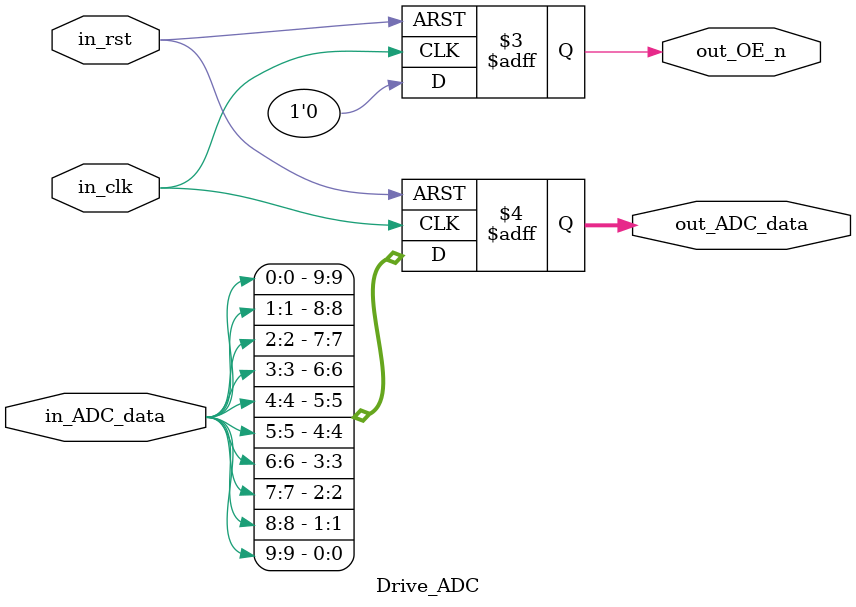
<source format=v>
/*******************************(C) COPYRIGHT 2017 Wind (Xie Yushen)*********************************/
/**============================================================================
* @FileName    : Drive_ADC.v
* @Description : ADC interface module
* @Date        : 2017/5/1
* @By          : Wind (Xie Yushen)
* @Email       : 1659567673@ qq.com
* @Platform    : Quartus II 15.0 (64-bit) (EP4CE22E22C8)
* @Explain     : ADC data acquisition with bit reordering for specific chip configuration
*=============================================================================*/

/**
 * ADC Interface Module
 * Handles 10-bit ADC data acquisition with proper bit order mapping.
 * Provides output enable control and bit reversal to match ADC chip layout.
 */ 
module Drive_ADC
(   
    input in_rst,                // Reset signal, active low
    input in_clk,                // ADC sampling clock
    input [9:0]in_ADC_data,      // 10-bit ADC input data

    output reg out_OE_n,         // ADC output enable, active low    
    output reg [9:0]out_ADC_data // 10-bit processed ADC output data
);

/**
 * ADC Data Processing Logic
 * - Enables ADC output (OE_n = 0) 
 * - Reverses bit order to match ADC chip configuration
 * - Maps input bits [9:0] to output bits [0:9] (MSB to LSB swap)
 */
always @(negedge in_rst or posedge in_clk)
begin
    if(in_rst == 0)
    begin
        out_ADC_data <= 10'b0;
        out_OE_n <= 1;	        // Disable ADC output during reset
    end
    else
	begin 
        out_OE_n <= 0;          // Enable ADC output
    
		// Bit order reversal for ADC chip compatibility
		out_ADC_data[9] <= in_ADC_data[0];
		out_ADC_data[8] <= in_ADC_data[1];
		out_ADC_data[7] <= in_ADC_data[2];
		out_ADC_data[6] <= in_ADC_data[3];
		out_ADC_data[5] <= in_ADC_data[4];
		out_ADC_data[4] <= in_ADC_data[5];
		out_ADC_data[3] <= in_ADC_data[6];
		out_ADC_data[2] <= in_ADC_data[7];
		out_ADC_data[1] <= in_ADC_data[8];
		out_ADC_data[0] <= in_ADC_data[9];
	end
end
	
	
	
	
	
	
endmodule

/*******************************(C) COPYRIGHT 2017 Wind (Xie Yushen)*********************************/














</source>
